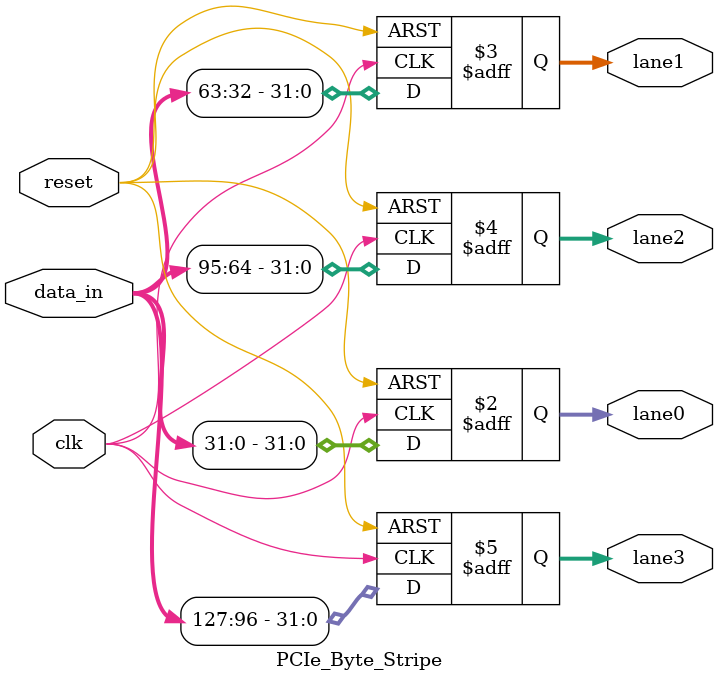
<source format=sv>
module PCIe_Byte_Stripe #(
    parameter DATA_WIDTH = 128,
    parameter LANE_WIDTH = 32
) (
    input  logic              clk,
    input  logic              reset,
    input  logic [DATA_WIDTH - 1:0] data_in,
    output logic [LANE_WIDTH - 1:0] lane0,
    output logic [LANE_WIDTH - 1:0] lane1,
    output logic [LANE_WIDTH - 1:0] lane2,
    output logic [LANE_WIDTH - 1:0] lane3
);
    always_ff @(posedge clk or posedge reset) begin
        if (reset) begin
            lane0 <= '0;
            lane1 <= '0;
            lane2 <= '0;
            lane3 <= '0;
        end else begin
            lane0 <= data_in[LANE_WIDTH - 1:0];
            lane1 <= data_in[2*LANE_WIDTH - 1:LANE_WIDTH];
            lane2 <= data_in[3*LANE_WIDTH - 1:2*LANE_WIDTH];
            lane3 <= data_in[DATA_WIDTH - 1:3*LANE_WIDTH];
        end
    end
endmodule

</source>
